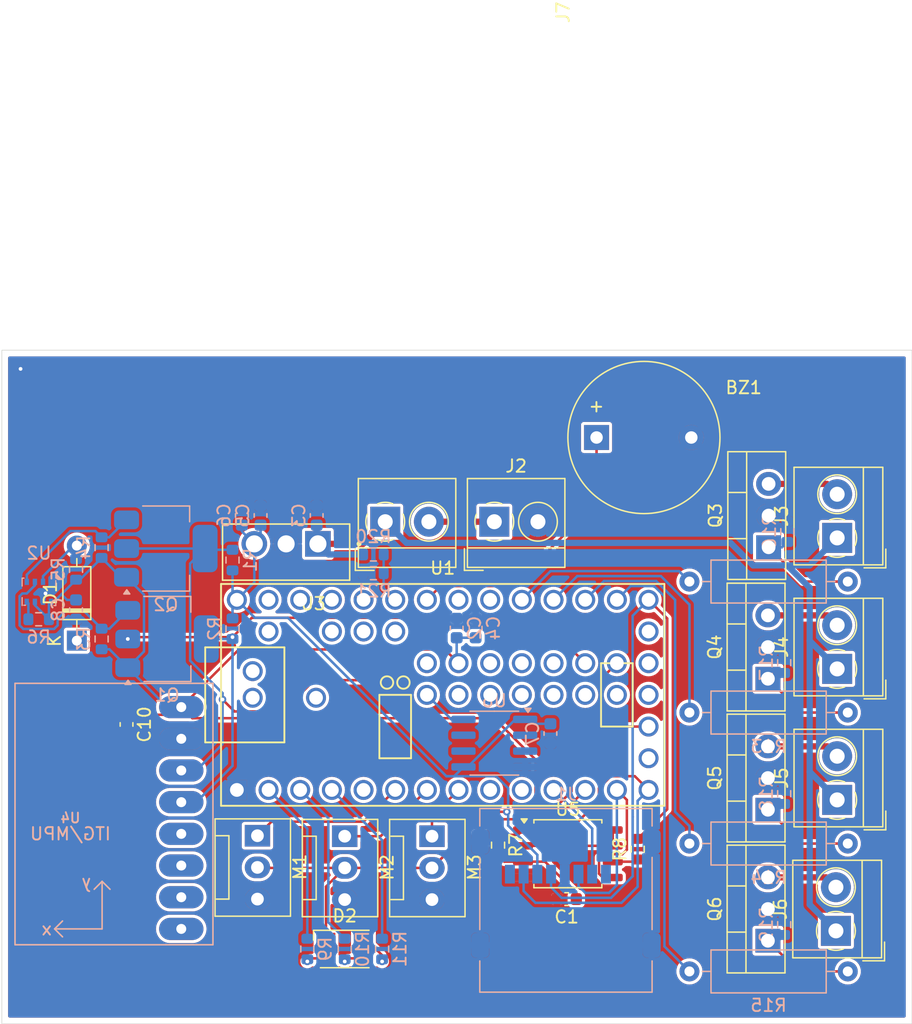
<source format=kicad_pcb>
(kicad_pcb (version 20240108) (generator "pcbnew") (generator_version "8.0")
  (layers (0 "F.Cu" signal) (31 "B.Cu" signal) (34 "B.Paste" user) (35 "F.Paste" user) (36 "B.SilkS" user "B.Silkscreen") (37 "F.SilkS" user "F.Silkscreen") (38 "B.Mask" user) (39 "F.Mask" user) (44 "Edge.Cuts" user))
  (net 0 "")
  (net 10 "BATT")
  (net 11 "+5V")
  (net 28 "TEMP")
  (net 29 "GND")
  (net 30 "+3.3V")
  (net 31 "CS_3V")
  (net 32 "SDI_3V")
  (net 33 "SCK")
  (net 34 "SCK_3V")
  (net 35 "SDO")
  (net 40 "SDA")
  (net 41 "SCL")
  (net 42 "CS_BMP280")
  (net 43 "CS_SD_CARD")
  (net 44 "MOSI")
  (net 46 "MISO")
  (net 48 "CS_FLASH")
  (net 49 "Net-(U5-CLK)")
  (net 50 "BATT_IN")
  (net 51 "MOS_1")
  (net 52 "MOS_2")
  (net 53 "MOS_3")
  (net 54 "MOS_4")
  (net 55 "G1")
  (net 56 "G2")
  (net 57 "G3")
  (net 58 "G4")
  (net 60 "Net-(D2-RK)")
  (net 61 "Net-(D2-BK)")
  (net 62 "Net-(D2-GK)")
  (net 63 "Net-(Q3-G)")
  (net 64 "Net-(Q4-G)")
  (net 65 "Net-(Q5-G)")
  (net 66 "Net-(Q6-G)")
  (net 67 "RED")
  (net 68 "GREEN")
  (net 69 "BLUE")
  (net 70 "BUZZ")
  (net 71 "SRV_1")
  (net 72 "SRV_2")
  (net 73 "SRV_3")
  (net 74 "BATT_SENSE")
  (footprint "Connector:FanPinHeader_1x03_P2.54mm_Vertical" (layer "F.Cu") (at 163 57.46 -90)
    (property "Reference" "M3")
    (property "Value" "Motor_Servo")
  )
  (footprint "Resistor_SMD:R_0603_1608Metric" (layer "F.Cu") (at 179.5 58.5 90)
    (property "Reference" "R8")
    (property "Value" "22R")
  )
  (footprint "Package_TO_SOT_THT:TO-220-3_Vertical" (layer "F.Cu") (at 190 34.2975 90)
    (property "Reference" "Q3")
    (property "Value" "IRF740")
  )
  (footprint "Package_TO_SOT_THT:TO-220-3_Vertical" (layer "F.Cu") (at 189.945 65.8375 90)
    (property "Reference" "Q6")
    (property "Value" "IRF740")
  )
  (footprint "Resistor_SMD:R_0603_1608Metric" (layer "F.Cu") (at 168.3 58.175 -90)
    (property "Reference" "R7")
    (property "Value" "10k")
  )
  (footprint "TerminalBlock_4Ucon:TerminalBlock_4Ucon_1x02_P3.50mm_Horizontal" (layer "F.Cu") (at 168 32.25)
    (property "Reference" "J2")
    (property "Value" "Battery")
  )
  (footprint "TerminalBlock_4Ucon:TerminalBlock_4Ucon_1x02_P3.50mm_Horizontal" (layer "F.Cu") (at 195.5 44.0475 90)
    (property "Reference" "J4")
    (property "Value" "PyroCH_2")
  )
  (footprint "teensy.pretty-master:Teensy30_31_32_All_Pins" (layer "F.Cu") (at 163.86 46.13)
    (property "Reference" "U1")
    (property "Value" "Teensy3.2")
  )
  (footprint "Package_SO:SOIC-8_5.23x5.23mm_P1.27mm" (layer "F.Cu") (at 173.9 58.865)
    (property "Reference" "U5")
    (property "Value" "W25Q32JVSS")
  )
  (footprint "Package_TO_SOT_THT:TO-220-3_Vertical" (layer "F.Cu") (at 189.945 44.8375 90)
    (property "Reference" "Q4")
    (property "Value" "IRF740")
  )
  (footprint "Connector:FanPinHeader_1x03_P2.54mm_Vertical" (layer "F.Cu") (at 149 57.42 -90)
    (property "Reference" "M1")
    (property "Value" "Motor_Servo")
  )
  (footprint "Buzzer_Beeper:Buzzer_12x9.5RM7.6" (layer "F.Cu") (at 176.2 25.5)
    (property "Reference" "BZ1")
    (property "Value" "Buzzer")
  )
  (footprint "Capacitor_SMD:C_0603_1608Metric" (layer "F.Cu") (at 173.8 62.5 180)
    (property "Reference" "C1")
    (property "Value" "0.1uf")
  )
  (footprint "Capacitor_SMD:C_0603_1608Metric" (layer "F.Cu") (at 138.5 48.5 -90)
    (property "Reference" "C10")
    (property "Value" "0.1uf")
  )
  (footprint "TerminalBlock_4Ucon:TerminalBlock_4Ucon_1x02_P3.50mm_Horizontal" (layer "F.Cu") (at 195.5 54.5475 90)
    (property "Reference" "J5")
    (property "Value" "PyroCH_3")
  )
  (footprint "LED_SMD:LED_Avago_PLCC4_3.2x2.8mm_CW" (layer "F.Cu") (at 156 66.5)
    (property "Reference" "D2")
    (property "Value" "STATUS_LED")
  )
  (footprint "Diode_THT:D_DO-35_SOD27_P7.62mm_Horizontal" (layer "F.Cu") (at 134.5125 41.784998 90)
    (property "Reference" "D1")
    (property "Value" "1N4148")
  )
  (footprint "Connector:FanPinHeader_1x03_P2.54mm_Vertical" (layer "F.Cu") (at 156 57.46 -90)
    (property "Reference" "M2")
    (property "Value" "Motor_Servo")
  )
  (footprint "TerminalBlock_4Ucon:TerminalBlock_4Ucon_1x02_P3.50mm_Horizontal" (layer "F.Cu") (at 195.5 33.5475 90)
    (property "Reference" "J3")
    (property "Value" "PyroCH_1")
  )
  (footprint "TerminalBlock_4Ucon:TerminalBlock_4Ucon_1x02_P3.50mm_Horizontal" (layer "F.Cu") (at 159.25 32.25)
    (property "Reference" "J7")
    (property "Value" "Key_ON")
  )
  (footprint "TerminalBlock_4Ucon:TerminalBlock_4Ucon_1x02_P3.50mm_Horizontal" (layer "F.Cu") (at 195.4 65.0475 90)
    (property "Reference" "J6")
    (property "Value" "PyroCH_4")
  )
  (footprint "teensy.pretty-master:TO255P1020X450X2000-3" (layer "F.Cu") (at 151.3 34.6875 180)
    (property "Reference" "U3")
    (property "Value" "L7805")
  )
  (footprint "Package_TO_SOT_THT:TO-220-3_Vertical" (layer "F.Cu") (at 189.945 55.3375 90)
    (property "Reference" "Q5")
    (property "Value" "IRF740")
  )
  (footprint "Resistor_SMD:R_0603_1608Metric" (layer "B.Cu") (at 159 66.5 90)
    (property "Reference" "R11")
    (property "Value" "1")
  )
  (footprint "Capacitor_SMD:C_0603_1608Metric" (layer "B.Cu") (at 153.75 31.75 -90)
    (property "Reference" "C3")
    (property "Value" "0.1uf")
  )
  (footprint "Capacitor_SMD:C_0603_1608Metric" (layer "B.Cu") (at 134.45 39.294998 -90)
    (property "Reference" "C8")
    (property "Value" "0.1uf")
  )
  (footprint "Resistor_SMD:R_0603_1608Metric" (layer "B.Cu") (at 147 40.825 -90)
    (property "Reference" "R2")
    (property "Value" "10k")
  )
  (footprint "Resistor_SMD:R_0603_1608Metric" (layer "B.Cu") (at 156 66.5 90)
    (property "Reference" "R10")
    (property "Value" "10")
  )
  (footprint "Resistor_SMD:R_0603_1608Metric" (layer "B.Cu") (at 158.3 34.875 180)
    (property "Reference" "R20")
    (property "Value" "24k")
  )
  (footprint "Resistor_SMD:R_0603_1608Metric" (layer "B.Cu") (at 134.45 36.069998 -90)
    (property "Reference" "R5")
    (property "Value" "10k")
  )
  (footprint "Capacitor_SMD:C_0603_1608Metric" (layer "B.Cu") (at 172.5 49.225 -90)
    (property "Reference" "C7")
    (property "Value" "0.1uf")
  )
  (footprint "Package_SO:SOIC-8_3.9x4.9mm_P1.27mm" (layer "B.Cu") (at 168 50 180)
    (property "Reference" "U6")
    (property "Value" "TMP36xS")
  )
  (footprint "Resistor_THT:R_Axial_DIN0309_L9.0mm_D3.2mm_P12.70mm_Horizontal" (layer "B.Cu") (at 183.65 58.0475)
    (property "Reference" "R14")
    (property "Value" "1R")
  )
  (footprint "Package_TO_SOT_SMD:SOT-223-3_TabPin2" (layer "B.Cu") (at 141.65 34.4)
    (property "Reference" "Q2")
    (property "Value" "NDT3055L")
  )
  (footprint "Capacitor_SMD:C_0603_1608Metric" (layer "B.Cu") (at 149.25 31.75 -90)
    (property "Reference" "C5")
    (property "Value" "0.1uf")
  )
  (footprint "Resistor_SMD:R_0603_1608Metric" (layer "B.Cu") (at 131.45 40.069998)
    (property "Reference" "R6")
    (property "Value" "10k")
  )
  (footprint "Resistor_SMD:R_0603_1608Metric" (layer "B.Cu") (at 191.25 54.0475 -90)
    (property "Reference" "R18")
    (property "Value" "4.7k")
  )
  (footprint "Resistor_SMD:R_0603_1608Metric" (layer "B.Cu") (at 191.5 33.0475 -90)
    (property "Reference" "R16")
    (property "Value" "4.7k")
  )
  (footprint "Resistor_SMD:R_0603_1608Metric" (layer "B.Cu") (at 147 35.325 90)
    (property "Reference" "R1")
    (property "Value" "10k")
  )
  (footprint "Resistor_SMD:R_0603_1608Metric" (layer "B.Cu") (at 191.25 43.5475 -90)
    (property "Reference" "R17")
    (property "Value" "4.7k")
  )
  (footprint "Capacitor_SMD:C_0603_1608Metric" (layer "B.Cu") (at 166.5 40.775 90)
    (property "Reference" "C4")
    (property "Value" "4.7uf")
  )
  (footprint "Resistor_THT:R_Axial_DIN0309_L9.0mm_D3.2mm_P12.70mm_Horizontal" (layer "B.Cu") (at 183.65 68.2975)
    (property "Reference" "R15")
    (property "Value" "1R")
  )
  (footprint "Connector_Card:microSD_HC_Molex_47219-2001" (layer "B.Cu") (at 173.745 62.6 180)
    (property "Reference" "J1")
    (property "Value" "Micro_SD_Card")
  )
  (footprint "Package_LGA:Bosch_LGA-8_2x2.5mm_P0.65mm_ClockwisePinNumbering" (layer "B.Cu") (at 131.475 37.869998 180)
    (property "Reference" "U2")
    (property "Value" "BMP280")
  )
  (footprint "teensy.pretty-master:GY-521" (layer "B.Cu") (at 134 56 180)
    (property "Reference" "U4")
    (property "Value" "GY-521")
  )
  (footprint "Resistor_SMD:R_0603_1608Metric" (layer "B.Cu") (at 153 66.5 90)
    (property "Reference" "R9")
    (property "Value" "60")
  )
  (footprint "Resistor_SMD:R_0603_1608Metric" (layer "B.Cu") (at 136.5 41.65 -90)
    (property "Reference" "R3")
    (property "Value" "10k")
  )
  (footprint "Resistor_SMD:R_0603_1608Metric" (layer "B.Cu") (at 158.3 36.375)
    (property "Reference" "R21")
    (property "Value" "10k")
  )
  (footprint "Package_TO_SOT_SMD:SOT-223-3_TabPin2" (layer "B.Cu") (at 141.75 41.65)
    (property "Reference" "Q1")
    (property "Value" "NDT3055L")
  )
  (footprint "Capacitor_SMD:C_0603_1608Metric" (layer "B.Cu") (at 147.75 31.75 -90)
    (property "Reference" "C6")
    (property "Value" "4.7uf")
  )
  (footprint "Resistor_THT:R_Axial_DIN0309_L9.0mm_D3.2mm_P12.70mm_Horizontal" (layer "B.Cu") (at 183.65 37.0475)
    (property "Reference" "R12" (hide yes))
    (property "Value" "1R")
  )
  (footprint "Resistor_SMD:R_0603_1608Metric" (layer "B.Cu") (at 191.25 64.5475 -90)
    (property "Reference" "R19")
    (property "Value" "4.7k")
  )
  (footprint "Capacitor_SMD:C_0603_1608Metric" (layer "B.Cu") (at 164.98 40.775 90)
    (property "Reference" "C2")
    (property "Value" "0.1uf")
  )
  (footprint "Resistor_SMD:R_0603_1608Metric" (layer "B.Cu") (at 136.5 34.325 -90)
    (property "Reference" "R4")
    (property "Value" "10k")
  )
  (footprint "Resistor_THT:R_Axial_DIN0309_L9.0mm_D3.2mm_P12.70mm_Horizontal" (layer "B.Cu") (at 183.65 47.5475)
    (property "Reference" "R13")
    (property "Value" "1R")
  )
  (gr_rect (start 128.5 18.5) (end 201.5 72.5) (stroke (width 0.05)) (fill none) (layer "Edge.Cuts"))
  (segment (start 157.475 34.025) (end 159.25 32.25) (width 0.5) (layer "F.Cu") (net 10))
  (segment (start 153.85 34.025) (end 157.475 34.025) (width 0.5) (layer "F.Cu") (net 10))
  (segment (start 193.2975 38.5475) (end 193.2975 37.5475) (width 0.5) (layer "B.Cu") (net 10))
  (segment (start 193.2975 41.7975) (end 193.2975 52.2975) (width 0.5) (layer "B.Cu") (net 10))
  (segment (start 193.2975 52.2975) (end 193.2975 62.945) (width 0.5) (layer "B.Cu") (net 10))
  (segment (start 188.75 35.75) (end 186.95 33.95) (width 0.5) (layer "B.Cu") (net 10))
  (segment (start 160.95 33.95) (end 159.25 32.25) (width 0.5) (layer "B.Cu") (net 10))
  (segment (start 154.7 34.875) (end 153.85 34.025) (width 0.5) (layer "B.Cu") (net 10))
  (segment (start 193.2975 62.945) (end 195.4 65.0475) (width 0.5) (layer "B.Cu") (net 10))
  (segment (start 186.95 33.95) (end 160.95 33.95) (width 0.5) (layer "B.Cu") (net 10))
  (segment (start 153.75 32.525) (end 153.75 33.925) (width 0.5) (layer "B.Cu") (net 10))
  (segment (start 193.2975 38.5475) (end 193.2975 41.7975) (width 0.5) (layer "B.Cu") (net 10))
  (segment (start 195.5 44) (end 193.2975 41.7975) (width 0.5) (layer "B.Cu") (net 10))
  (segment (start 193.2975 37.5475) (end 191.5 35.75) (width 0.5) (layer "B.Cu") (net 10))
  (segment (start 195.5 54.5) (end 193.2975 52.2975) (width 0.5) (layer "B.Cu") (net 10))
  (segment (start 195.5 44.0475) (end 195.5 44) (width 0.5) (layer "B.Cu") (net 10))
  (segment (start 191.5 35.75) (end 188.75 35.75) (width 0.5) (layer "B.Cu") (net 10))
  (segment (start 195.5 54.5475) (end 195.5 54.5) (width 0.5) (layer "B.Cu") (net 10))
  (segment (start 157.475 34.875) (end 154.7 34.875) (width 0.5) (layer "B.Cu") (net 10))
  (segment (start 191.5 35.75) (end 193.2975 35.75) (width 0.5) (layer "B.Cu") (net 10))
  (segment (start 153.75 33.925) (end 153.85 34.025) (width 0.5) (layer "B.Cu") (net 10))
  (segment (start 193.2975 35.75) (end 195.5 33.5475) (width 0.5) (layer "B.Cu") (net 10))
  (segment (start 154.5 65.75) (end 154.5 61.5) (width 0.2) (layer "F.Cu") (net 11))
  (segment (start 156 60) (end 163 60) (width 0.2) (layer "F.Cu") (net 11))
  (segment (start 156 60) (end 149.04 60) (width 0.2) (layer "F.Cu") (net 11))
  (segment (start 149.04 60) (end 149 59.96) (width 0.2) (layer "F.Cu") (net 11))
  (segment (start 163 60) (end 167.5 55.5) (width 0.2) (layer "F.Cu") (net 11))
  (segment (start 154.5 61.5) (end 156 60) (width 0.2) (layer "F.Cu") (net 11))
  (segment (start 167.5 55.5) (end 169 55.5) (width 0.2) (layer "F.Cu") (net 11))
  (via (at 169 55.5) (size 0.6) (drill 0.3) (layers "F.Cu" "B.Cu") (net 11))
  (segment (start 169 55.5) (end 169.11 55.5) (width 0.2) (layer "B.Cu") (net 11))
  (segment (start 171.26 48.45) (end 172.5 48.45) (width 0.2) (layer "B.Cu") (net 11))
  (segment (start 171.45 58.95) (end 169.11 56.61) (width 0.2) (layer "B.Cu") (net 11))
  (segment (start 149.25 32.525) (end 149.25 33.525) (width 0.2) (layer "B.Cu") (net 11))
  (segment (start 148.75 37.11) (end 147.35 38.51) (width 0.2) (layer "B.Cu") (net 11))
  (segment (start 165.870552 51.905) (end 165.525 51.905) (width 0.2) (layer "B.Cu") (net 11))
  (segment (start 169.11 56.61) (end 169.11 55.5) (width 0.2) (layer "B.Cu") (net 11))
  (segment (start 148.75 34.025) (end 148.75 37.11) (width 0.2) (layer "B.Cu") (net 11))
  (segment (start 170.905 48.095) (end 171.26 48.45) (width 0.2) (layer "B.Cu") (net 11))
  (segment (start 169.680552 48.095) (end 165.870552 51.905) (width 0.2) (layer "B.Cu") (net 11))
  (segment (start 168.15 52.65) (end 164.150001 52.65) (width 0.2) (layer "B.Cu") (net 11))
  (segment (start 151.450001 39.95) (end 164.150001 52.65) (width 0.2) (layer "B.Cu") (net 11))
  (segment (start 147.35 38.51) (end 148.79 39.95) (width 0.2) (layer "B.Cu") (net 11))
  (segment (start 147.75 32.525) (end 147.75 33.025) (width 0.2) (layer "B.Cu") (net 11))
  (segment (start 164.150001 52.65) (end 164.78 52.65) (width 0.2) (layer "B.Cu") (net 11))
  (segment (start 170.475 48.095) (end 169.680552 48.095) (width 0.2) (layer "B.Cu") (net 11))
  (segment (start 169.11 55.5) (end 169.11 53.61) (width 0.2) (layer "B.Cu") (net 11))
  (segment (start 147 38.16) (end 147.35 38.51) (width 0.2) (layer "B.Cu") (net 11))
  (segment (start 164.78 52.65) (end 165.525 51.905) (width 0.2) (layer "B.Cu") (net 11))
  (segment (start 147.75 33.025) (end 148.75 34.025) (width 0.2) (layer "B.Cu") (net 11))
  (segment (start 147 40) (end 147 38.86) (width 0.2) (layer "B.Cu") (net 11))
  (segment (start 170.475 48.095) (end 170.905 48.095) (width 0.2) (layer "B.Cu") (net 11))
  (segment (start 149.25 33.525) (end 148.75 34.025) (width 0.2) (layer "B.Cu") (net 11))
  (segment (start 169.11 53.61) (end 168.15 52.65) (width 0.2) (layer "B.Cu") (net 11))
  (segment (start 147 38.86) (end 147.35 38.51) (width 0.2) (layer "B.Cu") (net 11))
  (segment (start 148.79 39.95) (end 151.450001 39.95) (width 0.2) (layer "B.Cu") (net 11))
  (segment (start 147 36.15) (end 147 38.16) (width 0.2) (layer "B.Cu") (net 11))
  (segment (start 171.45 60.5) (end 171.45 58.95) (width 0.2) (layer "B.Cu") (net 11))
  (segment (start 164.555 48.095) (end 165.525 48.095) (width 0.2) (layer "B.Cu") (net 28))
  (segment (start 162.59 46.13) (end 164.555 48.095) (width 0.2) (layer "B.Cu") (net 28))
  (segment (start 143.515 49.275) (end 143.89 49.65) (width 0.2) (layer "F.Cu") (net 29))
  (segment (start 142.5 49.275) (end 143.515 49.275) (width 0.2) (layer "F.Cu") (net 29))
  (via (at 130 20) (size 0.6) (drill 0.3) (layers "F.Cu" "B.Cu") (net 29))
  (via (at 132 38) (size 0.6) (drill 0.3) (layers "F.Cu" "B.Cu") (net 29))
  (segment (start 189.945 63.2975) (end 190.825 63.2975) (width 0.2) (layer "B.Cu") (net 29))
  (segment (start 190.825 63.2975) (end 191.25 63.7225) (width 0.2) (layer "B.Cu") (net 29))
  (segment (start 190.825 52.7975) (end 191.25 53.2225) (width 0.2) (layer "B.Cu") (net 29))
  (segment (start 131.8 38.669998) (end 131.8 38.2) (width 0.2) (layer "B.Cu") (net 29))
  (segment (start 191.035 31.7575) (end 191.5 32.2225) (width 0.2) (layer "B.Cu") (net 29))
  (segment (start 189.945 42.2975) (end 190.825 42.2975) (width 0.2) (layer "B.Cu") (net 29))
  (segment (start 190 31.7575) (end 191.035 31.7575) (width 0.2) (layer "B.Cu") (net 29))
  (segment (start 189.945 52.7975) (end 190.825 52.7975) (width 0.2) (layer "B.Cu") (net 29))
  (segment (start 131.8 38.2) (end 132 38) (width 0.2) (layer "B.Cu") (net 29))
  (segment (start 190.825 42.2975) (end 191.25 42.7225) (width 0.2) (layer "B.Cu") (net 29))
  (segment (start 165.13 43.59) (end 164.03 42.49) (width 0.2) (layer "F.Cu") (net 30))
  (segment (start 172.065686 59.5) (end 174.575 62.009314) (width 0.2) (layer "F.Cu") (net 30))
  (segment (start 147.51 42.49) (end 142.89 47.11) (width 0.2) (layer "F.Cu") (net 30))
  (segment (start 143.89 47.11) (end 143.115 47.11) (width 0.2) (layer "F.Cu") (net 30))
  (segment (start 170.3 59.5) (end 168.8 59.5) (width 0.2) (layer "F.Cu") (net 30))
  (segment (start 177.5 56.96) (end 177.5 58.23) (width 0.2) (layer "F.Cu") (net 30))
  (segment (start 168.362352 56.1) (end 171.955635 56.1) (width 0.2) (layer "F.Cu") (net 30))
  (segment (start 167.525 57.762648) (end 167.525 56.937352) (width 0.2) (layer "F.Cu") (net 30))
  (segment (start 142.275 47.725) (end 142.89 47.11) (width 0.2) (layer "F.Cu") (net 30))
  (segment (start 143.78 48) (end 142.89 47.11) (width 0.2) (layer "F.Cu") (net 30))
  (segment (start 172.027818 56.027818) (end 171.31 55.31) (width 0.2) (layer "F.Cu") (net 30))
  (segment (start 171.31 55.31) (end 171.31 51.325635) (width 0.2) (layer "F.Cu") (net 30))
  (segment (start 172.065686 59.5) (end 170.3 59.5) (width 0.2) (layer "F.Cu") (net 30))
  (segment (start 173.335686 58.23) (end 172.065686 59.5) (width 0.2) (layer "F.Cu") (net 30))
  (segment (start 174.19 52.81) (end 178.33 48.67) (width 0.2) (layer "F.Cu") (net 30))
  (segment (start 174.575 62.009314) (end 174.575 62.5) (width 0.2) (layer "F.Cu") (net 30))
  (segment (start 138.5 47.725) (end 142.275 47.725) (width 0.2) (layer "F.Cu") (net 30))
  (segment (start 167.984365 48) (end 143.78 48) (width 0.2) (layer "F.Cu") (net 30))
  (segment (start 168.3 58.537648) (end 167.525 57.762648) (width 0.2) (layer "F.Cu") (net 30))
  (segment (start 174.19 53.865635) (end 174.19 52.81) (width 0.2) (layer "F.Cu") (net 30))
  (segment (start 177.5 58.23) (end 173.335686 58.23) (width 0.2) (layer "F.Cu") (net 30))
  (segment (start 164.03 42.49) (end 147.51 42.49) (width 0.2) (layer "F.Cu") (net 30))
  (segment (start 168.8 59.5) (end 168.3 59) (width 0.2) (layer "F.Cu") (net 30))
  (segment (start 172.027818 56.027818) (end 174.19 53.865635) (width 0.2) (layer "F.Cu") (net 30))
  (segment (start 142.89 47.11) (end 143.89 47.11) (width 0.2) (layer "F.Cu") (net 30))
  (segment (start 168.3 59) (end 168.3 58.537648) (width 0.2) (layer "F.Cu") (net 30))
  (segment (start 167.525 56.937352) (end 168.362352 56.1) (width 0.2) (layer "F.Cu") (net 30))
  (segment (start 171.955635 56.1) (end 172.027818 56.027818) (width 0.2) (layer "F.Cu") (net 30))
  (segment (start 178.33 48.67) (end 180.37 48.67) (width 0.2) (layer "F.Cu") (net 30))
  (segment (start 171.31 51.325635) (end 167.984365 48) (width 0.2) (layer "F.Cu") (net 30))
  (segment (start 139.9 38.1) (end 139.9 42.65) (width 0.2) (layer "B.Cu") (net 30))
  (segment (start 131.15 38.944998) (end 131.15 38.669998) (width 0.2) (layer "B.Cu") (net 30))
  (segment (start 134.45 38.519998) (end 133.725 38.519998) (width 0.2) (layer "B.Cu") (net 30))
  (segment (start 133.275 38.069998) (end 134.45 36.894998) (width 0.2) (layer "B.Cu") (net 30))
  (segment (start 138.5 36.7) (end 138.05 36.7) (width 0.2) (layer "B.Cu") (net 30))
  (segment (start 166.5 41.55) (end 164.98 41.55) (width 0.2) (layer "B.Cu") (net 30))
  (segment (start 143.89 47.11) (end 141.76 47.11) (width 0.2) (layer "B.Cu") (net 30))
  (segment (start 142.89 47.11) (end 141.76 47.11) (width 0.2) (layer "B.Cu") (net 30))
  (segment (start 165.13 43.59) (end 165.13 43.5) (width 0.2) (layer "B.Cu") (net 30))
  (segment (start 164.98 43.35) (end 164.98 41.55) (width 0.2) (layer "B.Cu") (net 30))
  (segment (start 134.755002 36.894998) (end 134.45 36.894998) (width 0.2) (layer "B.Cu") (net 30))
  (segment (start 132.45 38.669998) (end 132.675 38.669998) (width 0.2) (layer "B.Cu") (net 30))
  (segment (start 132.275 38.844998) (end 132.45 38.669998) (width 0.2) (layer "B.Cu") (net 30))
  (segment (start 137.125 42.475) (end 138.6 43.95) (width 0.2) (layer "B.Cu") (net 30))
  (segment (start 132.275 40.069998) (end 132.275 38.844998) (width 0.2) (layer "B.Cu") (net 30))
  (segment (start 139.9 42.65) (end 138.6 43.95) (width 0.2) (layer "B.Cu") (net 30))
  (segment (start 141.76 47.11) (end 138.6 43.95) (width 0.2) (layer "B.Cu") (net 30))
  (segment (start 132.275 40.069998) (end 131.15 38.944998) (width 0.2) (layer "B.Cu") (net 30))
  (segment (start 138.05 36.7) (end 136.5 35.15) (width 0.2) (layer "B.Cu") (net 30))
  (segment (start 136.5 42.475) (end 137.125 42.475) (width 0.2) (layer "B.Cu") (net 30))
  (segment (start 165.13 43.5) (end 164.98 43.35) (width 0.2) (layer "B.Cu") (net 30))
  (segment (start 133.725 38.519998) (end 133.275 38.069998) (width 0.2) (layer "B.Cu") (net 30))
  (segment (start 138.5 36.7) (end 139.9 38.1) (width 0.2) (layer "B.Cu") (net 30))
  (segment (start 136.5 35.15) (end 134.755002 36.894998) (width 0.2) (layer "B.Cu") (net 30))
  (segment (start 132.675 38.669998) (end 133.275 38.069998) (width 0.2) (layer "B.Cu") (net 30))
  (segment (start 131.8 36.619998) (end 134.255 34.164998) (width 0.2) (layer "B.Cu") (net 31))
  (segment (start 131.8 37.069998) (end 131.8 36.619998) (width 0.2) (layer "B.Cu") (net 31))
  (segment (start 134.5125 35.182498) (end 134.45 35.244998) (width 0.2) (layer "B.Cu") (net 31))
  (segment (start 134.5125 34.164998) (end 134.5125 35.182498) (width 0.2) (layer "B.Cu") (net 31))
  (segment (start 134.255 34.164998) (end 134.5125 34.164998) (width 0.2) (layer "B.Cu") (net 31))
  (segment (start 134.994998 39.319998) (end 133.680002 39.319998) (width 0.2) (layer "B.Cu") (net 32))
  (segment (start 132.975 40.025) (end 132.975 40.557646) (width 0.2) (layer "B.Cu") (net 32))
  (segment (start 131.15 37.35) (end 131.15 37.069998) (width 0.2) (layer "B.Cu") (net 32))
  (segment (start 130.212352 40.844998) (end 129.925 40.557646) (width 0.2) (layer "B.Cu") (net 32))
  (segment (start 129.925 38.219998) (end 130.144998 38) (width 0.2) (layer "B.Cu") (net 32))
  (segment (start 132.975 40.557646) (end 132.687648 40.844998) (width 0.2) (layer "B.Cu") (net 32))
  (segment (start 133.680002 39.319998) (end 132.975 40.025) (width 0.2) (layer "B.Cu") (net 32))
  (segment (start 132.687648 40.844998) (end 130.212352 40.844998) (width 0.2) (layer "B.Cu") (net 32))
  (segment (start 130.5 38) (end 131.15 37.35) (width 0.2) (layer "B.Cu") (net 32))
  (segment (start 130.144998 38) (end 130.5 38) (width 0.2) (layer "B.Cu") (net 32))
  (segment (start 136.5 40.825) (end 134.994998 39.319998) (width 0.2) (layer "B.Cu") (net 32))
  (segment (start 129.925 40.557646) (end 129.925 38.219998) (width 0.2) (layer "B.Cu") (net 32))
  (segment (start 137.125 40.825) (end 138.6 39.35) (width 0.2) (layer "B.Cu") (net 32))
  (segment (start 136.5 40.825) (end 137.125 40.825) (width 0.2) (layer "B.Cu") (net 32))
  (segment (start 181.87 40.01) (end 181.87 55.305) (width 0.2) (layer "F.Cu") (net 33))
  (segment (start 180.37 38.51) (end 181.87 40.01) (width 0.2) (layer "F.Cu") (net 33))
  (segment (start 181.87 55.305) (end 179.5 57.675) (width 0.2) (layer "F.Cu") (net 33))
  (segment (start 179.095686 39.784314) (end 179.095686 55.904314) (width 0.2) (layer "B.Cu") (net 33))
  (segment (start 177.365686 62.4) (end 173.4 62.4) (width 0.2) (layer "B.Cu") (net 33))
  (segment (start 180.37 38.51) (end 179.095686 39.784314) (width 0.2) (layer "B.Cu") (net 33))
  (segment (start 173.4 62.4) (end 172.55 61.55) (width 0.2) (layer "B.Cu") (net 33))
  (segment (start 179.095686 55.904314) (end 179.095686 60.67) (width 0.2) (layer "B.Cu") (net 33))
  (segment (start 179.095686 60.67) (end 177.365686 62.4) (width 0.2) (layer "B.Cu") (net 33))
  (segment (start 172.55 61.55) (end 172.55 60.5) (width 0.2) (layer "B.Cu") (net 33))
  (segment (start 134 33) (end 130.5 36.5) (width 0.2) (layer "B.Cu") (net 34))
  (segment (start 130.5 36.5) (end 130.5 37.069998) (width 0.2) (layer "B.Cu") (net 34))
  (segment (start 138.5 32.1) (end 137.1 33.5) (width 0.2) (layer "B.Cu") (net 34))
  (segment (start 136 33) (end 134 33) (width 0.2) (layer "B.Cu") (net 34))
  (segment (start 137.1 33.5) (end 136.5 33.5) (width 0.2) (layer "B.Cu") (net 34))
  (segment (start 136.5 33.5) (end 136 33) (width 0.2) (layer "B.Cu") (net 34))
  (segment (start 130.625 40.069998) (end 130.625 38.794998) (width 0.2) (layer "B.Cu") (net 35))
  (segment (start 130.625 38.794998) (end 130.5 38.669998) (width 0.2) (layer "B.Cu") (net 35))
  (segment (start 138.75 41.5) (end 138.6 41.65) (width 0.2) (layer "F.Cu") (net 40))
  (segment (start 147 41.5) (end 138.75 41.5) (width 0.2) (layer "F.Cu") (net 40))
  (segment (start 171.65 39.95) (end 175.29 43.59) (width 0.2) (layer "F.Cu") (net 40))
  (segment (start 148.55 39.95) (end 171.65 39.95) (width 0.2) (layer "F.Cu") (net 40))
  (segment (start 147 41.5) (end 148.55 39.95) (width 0.2) (layer "F.Cu") (net 40))
  (via (at 147 41.5) (size 0.6) (drill 0.3) (layers "F.Cu" "B.Cu") (net 40))
  (via (at 138.6 41.65) (size 0.6) (drill 0.3) (layers "F.Cu" "B.Cu") (net 40))
  (segment (start 147 51.82) (end 147 41.5) (width 0.2) (layer "B.Cu") (net 40))
  (segment (start 147 41.5) (end 146.85 41.65) (width 0.2) (layer "B.Cu") (net 40))
  (segment (start 144.09 54.73) (end 147 51.82) (width 0.2) (layer "B.Cu") (net 40))
  (segment (start 147 41.5) (end 147 41.65) (width 0.2) (layer "B.Cu") (net 40))
  (segment (start 147 41.65) (end 144.9 41.65) (width 0.2) (layer "B.Cu") (net 40))
  (segment (start 142.89 54.73) (end 144.09 54.73) (width 0.2) (layer "B.Cu") (net 40))
  (segment (start 146.85 41.65) (end 144.9 41.65) (width 0.2) (layer "B.Cu") (net 40))
  (segment (start 147.16 47.46) (end 146.2 46.5) (width 0.2) (layer "F.Cu") (net 41))
  (segment (start 153.551547 44.952818) (end 151.044365 47.46) (width 0.2) (layer "F.Cu") (net 41))
  (segment (start 151.044365 47.46) (end 147.16 47.46) (width 0.2) (layer "F.Cu") (net 41))
  (segment (start 176.467182 44.952818) (end 153.551547 44.952818) (width 0.2) (layer "F.Cu") (net 41))
  (segment (start 177.83 43.59) (end 176.467182 44.952818) (width 0.2) (layer "F.Cu") (net 41))
  (via (at 146.2 46.5) (size 0.6) (drill 0.3) (layers "F.Cu" "B.Cu") (net 41))
  (segment (start 143.6 35.6) (end 143.6 43.388642) (width 0.2) (layer "B.Cu") (net 41))
  (segment (start 144.8 34.4) (end 143.6 35.6) (width 0.2) (layer "B.Cu") (net 41))
  (segment (start 147 34.5) (end 144.9 34.5) (width 0.2) (layer "B.Cu") (net 41))
  (segment (start 146.2 50.08) (end 146.2 46.5) (width 0.2) (layer "B.Cu") (net 41))
  (segment (start 143.6 43.388642) (end 146.2 45.988642) (width 0.2) (layer "B.Cu") (net 41))
  (segment (start 142.89 52.19) (end 144.09 52.19) (width 0.2) (layer "B.Cu") (net 41))
  (segment (start 144.9 34.5) (end 144.8 34.4) (width 0.2) (layer "B.Cu") (net 41))
  (segment (start 144.09 52.19) (end 146.2 50.08) (width 0.2) (layer "B.Cu") (net 41))
  (segment (start 138.5 34.4) (end 144.8 34.4) (width 0.2) (layer "B.Cu") (net 41))
  (segment (start 146.2 45.988642) (end 146.2 46.5) (width 0.2) (layer "B.Cu") (net 41))
  (segment (start 175.85 56.85) (end 175.85 60.5) (width 0.2) (layer "B.Cu") (net 43))
  (segment (start 172.75 53.75) (end 175.85 56.85) (width 0.2) (layer "B.Cu") (net 43))
  (segment (start 176.4 59.159448) (end 176.4 60.469999) (width 0.2) (layer "F.Cu") (net 44))
  (segment (start 178.629999 58.540553) (end 178.270552 58.9) (width 0.2) (layer "F.Cu") (net 44))
  (segment (start 177.83 53.75) (end 178.629999 54.549999) (width 0.2) (layer "F.Cu") (net 44))
  (segment (start 176.700001 60.77) (end 177.5 60.77) (width 0.2) (layer "F.Cu") (net 44))
  (segment (start 178.270552 58.9) (end 176.659448 58.9) (width 0.2) (layer "F.Cu") (net 44))
  (segment (start 178.629999 54.549999) (end 178.629999 58.540553) (width 0.2) (layer "F.Cu") (net 44))
  (segment (start 176.4 60.469999) (end 176.700001 60.77) (width 0.2) (layer "F.Cu") (net 44))
  (segment (start 176.659448 58.9) (end 176.4 59.159448) (width 0.2) (layer "F.Cu") (net 44))
  (segment (start 177.2 62) (end 175.3 62) (width 0.2) (layer "B.Cu") (net 44))
  (segment (start 177.83 53.75) (end 177.83 61.37) (width 0.2) (layer "B.Cu") (net 44))
  (segment (start 177.83 61.37) (end 177.2 62) (width 0.2) (layer "B.Cu") (net 44))
  (segment (start 175.3 62) (end 174.75 61.45) (width 0.2) (layer "B.Cu") (net 44))
  (segment (start 174.75 61.45) (end 174.75 60.5) (width 0.2) (layer "B.Cu") (net 44))
  (segment (start 176.39 53.61) (end 176.39 54.61) (width 0.2) (layer "F.Cu") (net 46))
  (segment (start 172.77 58.23) (end 170.3 58.23) (width 0.2) (layer "F.Cu") (net 46))
  (segment (start 180.37 53.75) (end 179.27 52.65) (width 0.2) (layer "F.Cu") (net 46))
  (segment (start 177.35 52.65) (end 176.39 53.61) (width 0.2) (layer "F.Cu") (net 46))
  (segment (start 176.39 54.61) (end 172.77 58.23) (width 0.2) (layer "F.Cu") (net 46))
  (segment (start 179.27 52.65) (end 177.35 52.65) (width 0.2) (layer "F.Cu") (net 46))
  (segment (start 180.37 53.75) (end 179.495686 54.624314) (width 0.2) (layer "B.Cu") (net 46))
  (segment (start 179.495686 61.504314) (end 178.2 62.8) (width 0.2) (layer "B.Cu") (net 46))
  (segment (start 171.3 62.8) (end 170.35 61.85) (width 0.2) (layer "B.Cu") (net 46))
  (segment (start 179.495686 54.624314) (end 179.495686 61.504314) (width 0.2) (layer "B.Cu") (net 46))
  (segment (start 178.2 62.8) (end 171.3 62.8) (width 0.2) (layer "B.Cu") (net 46))
  (segment (start 170.35 61.85) (end 170.35 60.5) (width 0.2) (layer "B.Cu") (net 46))
  (segment (start 172.08 56.96) (end 170.3 56.96) (width 0.2) (layer "F.Cu") (net 48))
  (segment (start 169.91 57.35) (end 170.3 56.96) (width 0.2) (layer "F.Cu") (net 48))
  (segment (start 168.3 57.35) (end 169.91 57.35) (width 0.2) (layer "F.Cu") (net 48))
  (segment (start 175.29 53.75) (end 172.08 56.96) (width 0.2) (layer "F.Cu") (net 48))
  (segment (start 179.325 59.5) (end 179.5 59.325) (width 0.2) (layer "F.Cu") (net 49))
  (segment (start 177.5 59.5) (end 179.325 59.5) (width 0.2) (layer "F.Cu") (net 49))
  (segment (start 162.75 32.25) (end 168 32.25) (width 0.5) (layer "F.Cu") (net 50))
  (segment (start 190 29.2175) (end 194.67 29.2175) (width 0.5) (layer "F.Cu") (net 51))
  (segment (start 194.67 29.2175) (end 195.5 30.0475) (width 0.5) (layer "F.Cu") (net 51))
  (segment (start 189.945 39.7575) (end 194.71 39.7575) (width 0.5) (layer "F.Cu") (net 52))
  (segment (start 194.71 39.7575) (end 195.5 40.5475) (width 0.5) (layer "F.Cu") (net 52))
  (segment (start 194.71 50.2575) (end 195.5 51.0475) (width 0.5) (layer "F.Cu") (net 53))
  (segment (start 189.945 50.2575) (end 194.71 50.2575) (width 0.5) (layer "F.Cu") (net 53))
  (segment (start 194.61 60.7575) (end 195.4 61.5475) (width 0.5) (layer "F.Cu") (net 54))
  (segment (start 189.945 60.7575) (end 194.61 60.7575) (width 0.5) (layer "F.Cu") (net 54))
  (segment (start 170.21 38.51) (end 172.51 36.21) (width 0.2) (layer "B.Cu") (net 55))
  (segment (start 182.8125 36.21) (end 183.65 37.0475) (width 0.2) (layer "B.Cu") (net 55))
  (segment (start 172.51 36.21) (end 182.8125 36.21) (width 0.2) (layer "B.Cu") (net 55))
  (segment (start 174.65 36.61) (end 181.36 36.61) (width 0.2) (layer "B.Cu") (net 56))
  (segment (start 181.36 36.61) (end 183.65 38.9) (width 0.2) (layer "B.Cu") (net 56))
  (segment (start 172.75 38.51) (end 174.65 36.61) (width 0.2) (layer "B.Cu") (net 56))
  (segment (start 183.65 38.9) (end 183.65 47.5475) (width 0.2) (layer "B.Cu") (net 56))
  (segment (start 183.65 56.65) (end 183.65 58.0475) (width 0.2) (layer "B.Cu") (net 57))
  (segment (start 182.045 38.06368) (end 182.5 38.51868) (width 0.2) (layer "B.Cu") (net 57))
  (segment (start 182.5 55.5) (end 183.65 56.65) (width 0.2) (layer "B.Cu") (net 57))
  (segment (start 176.79 37.01) (end 180.991321 37.01) (width 0.2) (layer "B.Cu") (net 57))
  (segment (start 180.991321 37.01) (end 181.87 37.888679) (width 0.2) (layer "B.Cu") (net 57))
  (segment (start 182.5 38.51868) (end 182.5 55.5) (width 0.2) (layer "B.Cu") (net 57))
  (segment (start 175.29 38.51) (end 176.79 37.01) (width 0.2) (layer "B.Cu") (net 57))
  (segment (start 181.87 37.888679) (end 182.045 38.06368) (width 0.2) (layer "B.Cu") (net 57))
  (segment (start 181.645 38.229366) (end 181.645 66.2925) (width 0.2) (layer "B.Cu") (net 58))
  (segment (start 181.457817 38.042183) (end 181.645 38.229366) (width 0.2) (layer "B.Cu") (net 58))
  (segment (start 177.83 38.51) (end 178.93 37.41) (width 0.2) (layer "B.Cu") (net 58))
  (segment (start 178.93 37.41) (end 180.825635 37.41) (width 0.2) (layer "B.Cu") (net 58))
  (segment (start 181.645 66.2925) (end 183.65 68.2975) (width 0.2) (layer "B.Cu") (net 58))
  (segment (start 180.825635 37.41) (end 181.457817 38.042183) (width 0.2) (layer "B.Cu") (net 58))
  (segment (start 153.25 67.25) (end 153 67.5) (width 0.2) (layer "F.Cu") (net 60))
  (segment (start 154.5 67.25) (end 153.25 67.25) (width 0.2) (layer "F.Cu") (net 60))
  (via (at 153 67.5) (size 0.6) (drill 0.3) (layers "F.Cu" "B.Cu") (net 60))
  (segment (start 157.5 65.75) (end 157.75 65.75) (width 0.2) (layer "F.Cu") (net 61))
  (segment (start 157.75 65.75) (end 159 67) (width 0.2) (layer "F.Cu") (net 61))
  (segment (start 159 67) (end 159 67.5) (width 0.2) (layer "F.Cu") (net 61))
  (via (at 159 67.5) (size 0.6) (drill 0.3) (layers "F.Cu" "B.Cu") (net 61))
  (segment (start 157.5 67.25) (end 156.25 67.25) (width 0.2) (layer "F.Cu") (net 62))
  (segment (start 156.25 67.25) (end 156 67.5) (width 0.2) (layer "F.Cu") (net 62))
  (via (at 156 67.5) (size 0.6) (drill 0.3) (layers "F.Cu" "B.Cu") (net 62))
  (segment (start 192.75 37.0475) (end 190 34.2975) (width 0.2) (layer "F.Cu") (net 63))
  (segment (start 196.35 37.0475) (end 192.75 37.0475) (width 0.2) (layer "F.Cu") (net 63))
  (segment (start 191.075 34.2975) (end 191.5 33.8725) (width 0.2) (layer "B.Cu") (net 63))
  (segment (start 190 34.2975) (end 191.075 34.2975) (width 0.2) (layer "B.Cu") (net 63))
  (segment (start 196.35 47.5475) (end 192.655 47.5475) (width 0.2) (layer "F.Cu") (net 64))
  (segment (start 192.655 47.5475) (end 189.945 44.8375) (width 0.2) (layer "F.Cu") (net 64))
  (segment (start 189.945 44.8375) (end 190.785 44.8375) (width 0.2) (layer "B.Cu") (net 64))
  (segment (start 190.785 44.8375) (end 191.25 44.3725) (width 0.2) (layer "B.Cu") (net 64))
  (segment (start 196.35 58.0475) (end 192.655 58.0475) (width 0.2) (layer "F.Cu") (net 65))
  (segment (start 192.655 58.0475) (end 189.945 55.3375) (width 0.2) (layer "F.Cu") (net 65))
  (segment (start 189.945 55.3375) (end 190.785 55.3375) (width 0.2) (layer "B.Cu") (net 65))
  (segment (start 190.785 55.3375) (end 191.25 54.8725) (width 0.2) (layer "B.Cu") (net 65))
  (segment (start 192.405 68.2975) (end 189.945 65.8375) (width 0.2) (layer "F.Cu") (net 66))
  (segment (start 196.35 68.2975) (end 192.405 68.2975) (width 0.2) (layer "F.Cu") (net 66))
  (segment (start 189.945 65.8375) (end 190.785 65.8375) (width 0.2) (layer "B.Cu") (net 66))
  (segment (start 190.785 65.8375) (end 191.25 65.3725) (width 0.2) (layer "B.Cu") (net 66))
  (segment (start 153 56.86) (end 149.89 53.75) (width 0.2) (layer "B.Cu") (net 67))
  (segment (start 153 65.675) (end 153 56.86) (width 0.2) (layer "B.Cu") (net 67))
  (segment (start 154.685 64.36) (end 154.685 56.005) (width 0.2) (layer "B.Cu") (net 68))
  (segment (start 156 65.675) (end 154.685 64.36) (width 0.2) (layer "B.Cu") (net 68))
  (segment (start 154.685 56.005) (end 152.43 53.75) (width 0.2) (layer "B.Cu") (net 68))
  (segment (start 159 65.675) (end 159 57.78) (width 0.2) (layer "B.Cu") (net 69))
  (segment (start 159 57.78) (end 154.97 53.75) (width 0.2) (layer "B.Cu") (net 69))
  (segment (start 176.2 30.7) (end 176.2 25.5) (width 0.2) (layer "F.Cu") (net 70))
  (segment (start 169.49 37.41) (end 163.69 37.41) (width 0.2) (layer "F.Cu") (net 70))
  (segment (start 175.45 31.45) (end 176.2 30.7) (width 0.2) (layer "F.Cu") (net 70))
  (segment (start 175.45 31.45) (end 169.49 37.41) (width 0.2) (layer "F.Cu") (net 70))
  (segment (start 163.69 37.41) (end 162.59 38.51) (width 0.2) (layer "F.Cu") (net 70))
  (segment (start 149 57.42) (end 150.125 56.295) (width 0.2) (layer "F.Cu") (net 71))
  (segment (start 157.505 56.295) (end 160.05 53.75) (width 0.2) (layer "F.Cu") (net 71))
  (segment (start 150.125 56.295) (end 157.505 56.295) (width 0.2) (layer "F.Cu") (net 71))
  (segment (start 156 57.46) (end 158.88 57.46) (width 0.2) (layer "F.Cu") (net 72))
  (segment (start 158.88 57.46) (end 162.59 53.75) (width 0.2) (layer "F.Cu") (net 72))
  (segment (start 163 57.46) (end 163 55.88) (width 0.2) (layer "F.Cu") (net 73))
  (segment (start 163 55.88) (end 165.13 53.75) (width 0.2) (layer "F.Cu") (net 73))
  (segment (start 159.125 34.875) (end 159.125 36.375) (width 0.2) (layer "B.Cu") (net 74))
  (segment (start 159.125 37.585) (end 160.05 38.51) (width 0.2) (layer "B.Cu") (net 74))
  (segment (start 159.125 36.375) (end 159.125 37.585) (width 0.2) (layer "B.Cu") (net 74))
  (zone (net 29) (net_name "GND") (layers "F&B.Cu") (connect_pads (clearance 0.25)) (min_thickness 0.25) (fill yes (thermal_gap 0) (thermal_bridge_width 0.5))
    (polygon (pts (xy 128.5 18.5) (xy 128.5 72.5) (xy 201.5 72.5) (xy 201.5 18.5)))
  )
)
</source>
